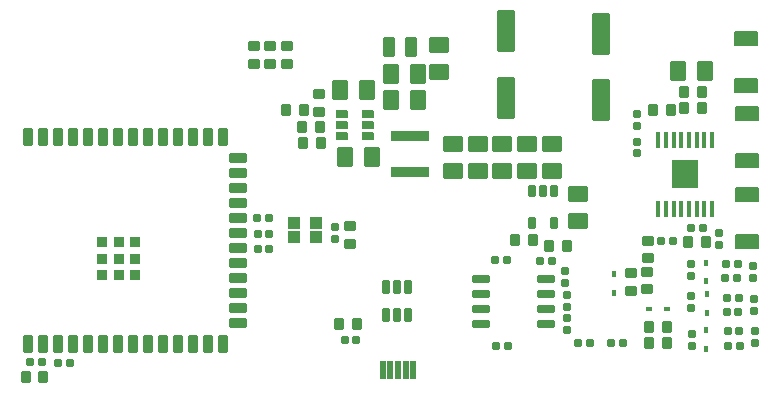
<source format=gbr>
%TF.GenerationSoftware,Altium Limited,Altium Designer,25.4.2 (15)*%
G04 Layer_Color=8421504*
%FSLAX45Y45*%
%MOMM*%
%TF.SameCoordinates,9A986A7D-484F-4AC0-AE4B-942BB78B8B2C*%
%TF.FilePolarity,Positive*%
%TF.FileFunction,Paste,Top*%
%TF.Part,Single*%
G01*
G75*
%TA.AperFunction,ConnectorPad*%
G04:AMPARAMS|DCode=10|XSize=0.45mm|YSize=1.6mm|CornerRadius=0.05625mm|HoleSize=0mm|Usage=FLASHONLY|Rotation=0.000|XOffset=0mm|YOffset=0mm|HoleType=Round|Shape=RoundedRectangle|*
%AMROUNDEDRECTD10*
21,1,0.45000,1.48750,0,0,0.0*
21,1,0.33750,1.60000,0,0,0.0*
1,1,0.11250,0.16875,-0.74375*
1,1,0.11250,-0.16875,-0.74375*
1,1,0.11250,-0.16875,0.74375*
1,1,0.11250,0.16875,0.74375*
%
%ADD10ROUNDEDRECTD10*%
%TA.AperFunction,SMDPad,CuDef*%
G04:AMPARAMS|DCode=11|XSize=0.6mm|YSize=0.7mm|CornerRadius=0.075mm|HoleSize=0mm|Usage=FLASHONLY|Rotation=90.000|XOffset=0mm|YOffset=0mm|HoleType=Round|Shape=RoundedRectangle|*
%AMROUNDEDRECTD11*
21,1,0.60000,0.55000,0,0,90.0*
21,1,0.45000,0.70000,0,0,90.0*
1,1,0.15000,0.27500,0.22500*
1,1,0.15000,0.27500,-0.22500*
1,1,0.15000,-0.27500,-0.22500*
1,1,0.15000,-0.27500,0.22500*
%
%ADD11ROUNDEDRECTD11*%
G04:AMPARAMS|DCode=12|XSize=0.9mm|YSize=0.9mm|CornerRadius=0.1125mm|HoleSize=0mm|Usage=FLASHONLY|Rotation=90.000|XOffset=0mm|YOffset=0mm|HoleType=Round|Shape=RoundedRectangle|*
%AMROUNDEDRECTD12*
21,1,0.90000,0.67500,0,0,90.0*
21,1,0.67500,0.90000,0,0,90.0*
1,1,0.22500,0.33750,0.33750*
1,1,0.22500,0.33750,-0.33750*
1,1,0.22500,-0.33750,-0.33750*
1,1,0.22500,-0.33750,0.33750*
%
%ADD12ROUNDEDRECTD12*%
%TA.AperFunction,ConnectorPad*%
G04:AMPARAMS|DCode=13|XSize=1.5mm|YSize=0.9mm|CornerRadius=0.225mm|HoleSize=0mm|Usage=FLASHONLY|Rotation=90.000|XOffset=0mm|YOffset=0mm|HoleType=Round|Shape=RoundedRectangle|*
%AMROUNDEDRECTD13*
21,1,1.50000,0.45000,0,0,90.0*
21,1,1.05000,0.90000,0,0,90.0*
1,1,0.45000,0.22500,0.52500*
1,1,0.45000,0.22500,-0.52500*
1,1,0.45000,-0.22500,-0.52500*
1,1,0.45000,-0.22500,0.52500*
%
%ADD13ROUNDEDRECTD13*%
G04:AMPARAMS|DCode=14|XSize=1.5mm|YSize=0.9mm|CornerRadius=0.225mm|HoleSize=0mm|Usage=FLASHONLY|Rotation=180.000|XOffset=0mm|YOffset=0mm|HoleType=Round|Shape=RoundedRectangle|*
%AMROUNDEDRECTD14*
21,1,1.50000,0.45000,0,0,180.0*
21,1,1.05000,0.90000,0,0,180.0*
1,1,0.45000,-0.52500,0.22500*
1,1,0.45000,0.52500,0.22500*
1,1,0.45000,0.52500,-0.22500*
1,1,0.45000,-0.52500,-0.22500*
%
%ADD14ROUNDEDRECTD14*%
G04:AMPARAMS|DCode=15|XSize=1.6mm|YSize=3.5mm|CornerRadius=0.2mm|HoleSize=0mm|Usage=FLASHONLY|Rotation=0.000|XOffset=0mm|YOffset=0mm|HoleType=Round|Shape=RoundedRectangle|*
%AMROUNDEDRECTD15*
21,1,1.60000,3.10000,0,0,0.0*
21,1,1.20000,3.50000,0,0,0.0*
1,1,0.40000,0.60000,-1.55000*
1,1,0.40000,-0.60000,-1.55000*
1,1,0.40000,-0.60000,1.55000*
1,1,0.40000,0.60000,1.55000*
%
%ADD15ROUNDEDRECTD15*%
%TA.AperFunction,SMDPad,CuDef*%
G04:AMPARAMS|DCode=16|XSize=0.6mm|YSize=1.45mm|CornerRadius=0.075mm|HoleSize=0mm|Usage=FLASHONLY|Rotation=90.000|XOffset=0mm|YOffset=0mm|HoleType=Round|Shape=RoundedRectangle|*
%AMROUNDEDRECTD16*
21,1,0.60000,1.30000,0,0,90.0*
21,1,0.45000,1.45000,0,0,90.0*
1,1,0.15000,0.65000,0.22500*
1,1,0.15000,0.65000,-0.22500*
1,1,0.15000,-0.65000,-0.22500*
1,1,0.15000,-0.65000,0.22500*
%
%ADD16ROUNDEDRECTD16*%
G04:AMPARAMS|DCode=17|XSize=0.8mm|YSize=1mm|CornerRadius=0.1mm|HoleSize=0mm|Usage=FLASHONLY|Rotation=270.000|XOffset=0mm|YOffset=0mm|HoleType=Round|Shape=RoundedRectangle|*
%AMROUNDEDRECTD17*
21,1,0.80000,0.80000,0,0,270.0*
21,1,0.60000,1.00000,0,0,270.0*
1,1,0.20000,-0.40000,-0.30000*
1,1,0.20000,-0.40000,0.30000*
1,1,0.20000,0.40000,0.30000*
1,1,0.20000,0.40000,-0.30000*
%
%ADD17ROUNDEDRECTD17*%
G04:AMPARAMS|DCode=18|XSize=1.4mm|YSize=1.7mm|CornerRadius=0.175mm|HoleSize=0mm|Usage=FLASHONLY|Rotation=270.000|XOffset=0mm|YOffset=0mm|HoleType=Round|Shape=RoundedRectangle|*
%AMROUNDEDRECTD18*
21,1,1.40000,1.35000,0,0,270.0*
21,1,1.05000,1.70000,0,0,270.0*
1,1,0.35000,-0.67500,-0.52500*
1,1,0.35000,-0.67500,0.52500*
1,1,0.35000,0.67500,0.52500*
1,1,0.35000,0.67500,-0.52500*
%
%ADD18ROUNDEDRECTD18*%
G04:AMPARAMS|DCode=19|XSize=1.4mm|YSize=1.7mm|CornerRadius=0.175mm|HoleSize=0mm|Usage=FLASHONLY|Rotation=180.000|XOffset=0mm|YOffset=0mm|HoleType=Round|Shape=RoundedRectangle|*
%AMROUNDEDRECTD19*
21,1,1.40000,1.35000,0,0,180.0*
21,1,1.05000,1.70000,0,0,180.0*
1,1,0.35000,-0.52500,0.67500*
1,1,0.35000,0.52500,0.67500*
1,1,0.35000,0.52500,-0.67500*
1,1,0.35000,-0.52500,-0.67500*
%
%ADD19ROUNDEDRECTD19*%
G04:AMPARAMS|DCode=20|XSize=0.8mm|YSize=1mm|CornerRadius=0.1mm|HoleSize=0mm|Usage=FLASHONLY|Rotation=0.000|XOffset=0mm|YOffset=0mm|HoleType=Round|Shape=RoundedRectangle|*
%AMROUNDEDRECTD20*
21,1,0.80000,0.80000,0,0,0.0*
21,1,0.60000,1.00000,0,0,0.0*
1,1,0.20000,0.30000,-0.40000*
1,1,0.20000,-0.30000,-0.40000*
1,1,0.20000,-0.30000,0.40000*
1,1,0.20000,0.30000,0.40000*
%
%ADD20ROUNDEDRECTD20*%
%ADD21R,1.00000X1.00000*%
G04:AMPARAMS|DCode=22|XSize=0.6mm|YSize=0.7mm|CornerRadius=0.075mm|HoleSize=0mm|Usage=FLASHONLY|Rotation=0.000|XOffset=0mm|YOffset=0mm|HoleType=Round|Shape=RoundedRectangle|*
%AMROUNDEDRECTD22*
21,1,0.60000,0.55000,0,0,0.0*
21,1,0.45000,0.70000,0,0,0.0*
1,1,0.15000,0.22500,-0.27500*
1,1,0.15000,-0.22500,-0.27500*
1,1,0.15000,-0.22500,0.27500*
1,1,0.15000,0.22500,0.27500*
%
%ADD22ROUNDEDRECTD22*%
%ADD23R,0.42000X0.55000*%
%ADD24R,0.55000X0.42000*%
G04:AMPARAMS|DCode=25|XSize=0.6mm|YSize=1.05mm|CornerRadius=0.075mm|HoleSize=0mm|Usage=FLASHONLY|Rotation=0.000|XOffset=0mm|YOffset=0mm|HoleType=Round|Shape=RoundedRectangle|*
%AMROUNDEDRECTD25*
21,1,0.60000,0.90000,0,0,0.0*
21,1,0.45000,1.05000,0,0,0.0*
1,1,0.15000,0.22500,-0.45000*
1,1,0.15000,-0.22500,-0.45000*
1,1,0.15000,-0.22500,0.45000*
1,1,0.15000,0.22500,0.45000*
%
%ADD25ROUNDEDRECTD25*%
G04:AMPARAMS|DCode=26|XSize=1.27mm|YSize=2.1mm|CornerRadius=0.15875mm|HoleSize=0mm|Usage=FLASHONLY|Rotation=90.000|XOffset=0mm|YOffset=0mm|HoleType=Round|Shape=RoundedRectangle|*
%AMROUNDEDRECTD26*
21,1,1.27000,1.78250,0,0,90.0*
21,1,0.95250,2.10000,0,0,90.0*
1,1,0.31750,0.89125,0.47625*
1,1,0.31750,0.89125,-0.47625*
1,1,0.31750,-0.89125,-0.47625*
1,1,0.31750,-0.89125,0.47625*
%
%ADD26ROUNDEDRECTD26*%
G04:AMPARAMS|DCode=27|XSize=0.7mm|YSize=1mm|CornerRadius=0.0875mm|HoleSize=0mm|Usage=FLASHONLY|Rotation=270.000|XOffset=0mm|YOffset=0mm|HoleType=Round|Shape=RoundedRectangle|*
%AMROUNDEDRECTD27*
21,1,0.70000,0.82500,0,0,270.0*
21,1,0.52500,1.00000,0,0,270.0*
1,1,0.17500,-0.41250,-0.26250*
1,1,0.17500,-0.41250,0.26250*
1,1,0.17500,0.41250,0.26250*
1,1,0.17500,0.41250,-0.26250*
%
%ADD27ROUNDEDRECTD27*%
G04:AMPARAMS|DCode=28|XSize=1mm|YSize=1.7mm|CornerRadius=0.125mm|HoleSize=0mm|Usage=FLASHONLY|Rotation=180.000|XOffset=0mm|YOffset=0mm|HoleType=Round|Shape=RoundedRectangle|*
%AMROUNDEDRECTD28*
21,1,1.00000,1.45000,0,0,180.0*
21,1,0.75000,1.70000,0,0,180.0*
1,1,0.25000,-0.37500,0.72500*
1,1,0.25000,0.37500,0.72500*
1,1,0.25000,0.37500,-0.72500*
1,1,0.25000,-0.37500,-0.72500*
%
%ADD28ROUNDEDRECTD28*%
%ADD29R,3.30000X0.95000*%
%ADD30R,2.31000X2.46000*%
%ADD31R,0.45000X1.47500*%
G04:AMPARAMS|DCode=32|XSize=0.6mm|YSize=1.2mm|CornerRadius=0.075mm|HoleSize=0mm|Usage=FLASHONLY|Rotation=0.000|XOffset=0mm|YOffset=0mm|HoleType=Round|Shape=RoundedRectangle|*
%AMROUNDEDRECTD32*
21,1,0.60000,1.05000,0,0,0.0*
21,1,0.45000,1.20000,0,0,0.0*
1,1,0.15000,0.22500,-0.52500*
1,1,0.15000,-0.22500,-0.52500*
1,1,0.15000,-0.22500,0.52500*
1,1,0.15000,0.22500,0.52500*
%
%ADD32ROUNDEDRECTD32*%
D10*
X10079971Y5969988D02*
D03*
X10014972D02*
D03*
X9949971D02*
D03*
X9884971D02*
D03*
X9819971D02*
D03*
D11*
X11969972Y8129989D02*
D03*
Y8029989D02*
D03*
X12436620Y6266779D02*
D03*
Y6166779D02*
D03*
X9413500Y7074500D02*
D03*
Y7174500D02*
D03*
X12432300Y6494700D02*
D03*
Y6594700D02*
D03*
X12425900Y6759700D02*
D03*
Y6859700D02*
D03*
X12973599Y6294700D02*
D03*
Y6194700D02*
D03*
X12962201Y6569700D02*
D03*
Y6469700D02*
D03*
X12950800Y6844700D02*
D03*
Y6744700D02*
D03*
X11973079Y7900079D02*
D03*
Y7800079D02*
D03*
X12667500Y7125441D02*
D03*
Y7025441D02*
D03*
X11375800Y6303700D02*
D03*
Y6403700D02*
D03*
X11377100Y6503700D02*
D03*
Y6603700D02*
D03*
X11365300Y6703700D02*
D03*
Y6803700D02*
D03*
D12*
X7726000Y6909600D02*
D03*
Y6769600D02*
D03*
X7446000D02*
D03*
X7586000D02*
D03*
Y6909600D02*
D03*
X7446000D02*
D03*
Y7049600D02*
D03*
X7586000D02*
D03*
X7726000D02*
D03*
D13*
X7576500Y6184600D02*
D03*
X7449500D02*
D03*
X6941500D02*
D03*
X6814500D02*
D03*
X7068500D02*
D03*
X7322500D02*
D03*
X7195500D02*
D03*
X8465500D02*
D03*
X8338500D02*
D03*
X8211500D02*
D03*
X8084500D02*
D03*
X7957500D02*
D03*
X7830500D02*
D03*
X7703500D02*
D03*
X8465500Y7934600D02*
D03*
X8338500D02*
D03*
X8211500D02*
D03*
X8084500D02*
D03*
X7957500D02*
D03*
X7830500D02*
D03*
X7703500D02*
D03*
X7576500D02*
D03*
X7449500D02*
D03*
X7322500D02*
D03*
X7195500D02*
D03*
X7068500D02*
D03*
X6941500D02*
D03*
X6814500D02*
D03*
D14*
X8590500Y7377100D02*
D03*
Y6742100D02*
D03*
Y6996100D02*
D03*
Y6869100D02*
D03*
Y6361100D02*
D03*
Y6488100D02*
D03*
Y6615100D02*
D03*
Y7123100D02*
D03*
Y7250100D02*
D03*
Y7504100D02*
D03*
Y7631100D02*
D03*
Y7758100D02*
D03*
D15*
X10863500Y8272300D02*
D03*
Y8832300D02*
D03*
X11669100Y8812300D02*
D03*
Y8252300D02*
D03*
D16*
X11200100Y6354200D02*
D03*
Y6481200D02*
D03*
Y6608200D02*
D03*
Y6735200D02*
D03*
X10655100Y6354200D02*
D03*
Y6481200D02*
D03*
Y6608200D02*
D03*
Y6735200D02*
D03*
D17*
X9276880Y8151900D02*
D03*
Y8301900D02*
D03*
X9538600Y7186800D02*
D03*
Y7036800D02*
D03*
X9006000Y8709200D02*
D03*
Y8559200D02*
D03*
X8729800Y8710800D02*
D03*
Y8560800D02*
D03*
X8866400Y8558500D02*
D03*
Y8708500D02*
D03*
X12065799Y7061400D02*
D03*
Y6911400D02*
D03*
X11918400Y6636400D02*
D03*
Y6786400D02*
D03*
X12056800Y6798700D02*
D03*
Y6648700D02*
D03*
D18*
X10415880Y7879700D02*
D03*
Y7651100D02*
D03*
X10627480Y7879700D02*
D03*
Y7651100D02*
D03*
X10299964Y8485694D02*
D03*
Y8714294D02*
D03*
X11254600Y7648400D02*
D03*
Y7877000D02*
D03*
X11043000Y7648399D02*
D03*
Y7876999D02*
D03*
X10832200Y7648400D02*
D03*
Y7877000D02*
D03*
X11470601Y7223400D02*
D03*
Y7452000D02*
D03*
D19*
X10114306Y8474961D02*
D03*
X9885706D02*
D03*
X10114306Y8249962D02*
D03*
X9885706D02*
D03*
X12320800Y8497700D02*
D03*
X12549400D02*
D03*
X9731600Y7766920D02*
D03*
X9503000D02*
D03*
X9458400Y8334480D02*
D03*
X9687000D02*
D03*
D20*
X12371901Y8182200D02*
D03*
X12521901D02*
D03*
X12371900Y8318800D02*
D03*
X12521900D02*
D03*
X12073701Y6329800D02*
D03*
X12223700D02*
D03*
X12223700Y6191400D02*
D03*
X12073700D02*
D03*
X10938100Y7066400D02*
D03*
X11088100D02*
D03*
X9139200Y8026720D02*
D03*
X9289200D02*
D03*
X9001900Y8169520D02*
D03*
X9151900D02*
D03*
X9293101Y7885280D02*
D03*
X9143101D02*
D03*
X12552700Y7052900D02*
D03*
X12402700D02*
D03*
X12109400Y8169100D02*
D03*
X12259400D02*
D03*
X6796100Y5908900D02*
D03*
X6946100D02*
D03*
X9447640Y6353768D02*
D03*
X9597640D02*
D03*
X11378300Y7015100D02*
D03*
X11228300D02*
D03*
D21*
X9069300Y7088500D02*
D03*
Y7213500D02*
D03*
X9254300D02*
D03*
Y7088500D02*
D03*
D22*
X8853200Y7251900D02*
D03*
X8753200D02*
D03*
X8860500Y7115500D02*
D03*
X8760500D02*
D03*
X8860500Y6994100D02*
D03*
X8760500D02*
D03*
X12817999Y6742000D02*
D03*
X12718000D02*
D03*
X12830299Y6455600D02*
D03*
X12730300D02*
D03*
X12845300Y6169201D02*
D03*
X12745300D02*
D03*
X12739700Y6292200D02*
D03*
X12839700D02*
D03*
X12734727Y6576158D02*
D03*
X12834727D02*
D03*
X12724700Y6860001D02*
D03*
X12824699D02*
D03*
X12427700Y7166300D02*
D03*
X12527700D02*
D03*
X12177900Y7057400D02*
D03*
X12277900D02*
D03*
X6933400Y6035800D02*
D03*
X6833400D02*
D03*
X7171100Y6029100D02*
D03*
X7071100D02*
D03*
X9596786Y6223048D02*
D03*
X9496786D02*
D03*
X11153700Y6889800D02*
D03*
X11253700D02*
D03*
X10871700Y6898200D02*
D03*
X10771700D02*
D03*
X10778700Y6171500D02*
D03*
X10878700D02*
D03*
X11471300Y6191700D02*
D03*
X11571300D02*
D03*
X11853300Y6195900D02*
D03*
X11753300D02*
D03*
D23*
X11773800Y6780100D02*
D03*
Y6620100D02*
D03*
X12557200Y6305400D02*
D03*
Y6145400D02*
D03*
X12560800Y6610400D02*
D03*
Y6450400D02*
D03*
X12554400Y6875400D02*
D03*
Y6715400D02*
D03*
D24*
X12230100Y6478800D02*
D03*
X12070100D02*
D03*
D25*
X11270400Y7477400D02*
D03*
X11175400D02*
D03*
X11080400D02*
D03*
Y7212400D02*
D03*
X11270400D02*
D03*
D26*
X12897099Y8767000D02*
D03*
Y8370000D02*
D03*
X12903200Y7739000D02*
D03*
Y8136000D02*
D03*
Y7450200D02*
D03*
Y7053200D02*
D03*
D27*
X9477580Y8134600D02*
D03*
Y8039600D02*
D03*
Y7944600D02*
D03*
X9697580Y8134600D02*
D03*
Y8039600D02*
D03*
Y7944600D02*
D03*
D28*
X10060000Y8698720D02*
D03*
X9870000D02*
D03*
D29*
X10047300Y7949480D02*
D03*
Y7644480D02*
D03*
D30*
X12379300Y7622700D02*
D03*
D31*
X12151800Y7916500D02*
D03*
X12216800D02*
D03*
X12281800D02*
D03*
X12346800D02*
D03*
X12411800D02*
D03*
X12476800D02*
D03*
X12541800D02*
D03*
X12606800D02*
D03*
Y7328900D02*
D03*
X12541800D02*
D03*
X12476800D02*
D03*
X12411800D02*
D03*
X12346800D02*
D03*
X12281800D02*
D03*
X12216800D02*
D03*
X12151800D02*
D03*
D32*
X9845900Y6670300D02*
D03*
X9940900D02*
D03*
X10035900D02*
D03*
Y6430300D02*
D03*
X9940900D02*
D03*
X9845900D02*
D03*
%TF.MD5,80ac16aa02dd2e10079557fc5ee1e01d*%
M02*

</source>
